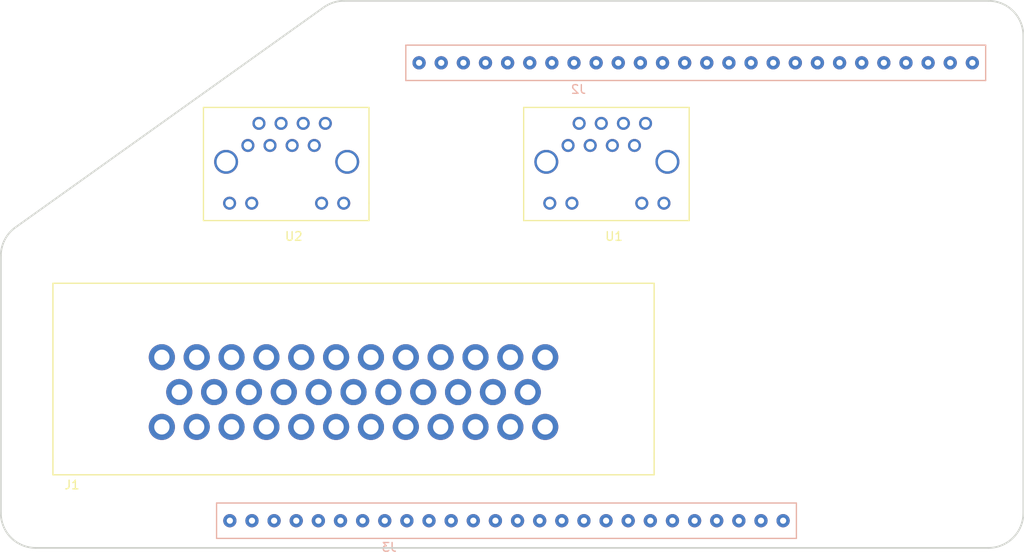
<source format=kicad_pcb>
(kicad_pcb (version 20171130) (host pcbnew 5.1.4-e60b266~84~ubuntu18.04.1)

  (general
    (thickness 1.6)
    (drawings 10)
    (tracks 0)
    (zones 0)
    (modules 5)
    (nets 44)
  )

  (page A4)
  (layers
    (0 F.Cu signal)
    (31 B.Cu signal)
    (32 B.Adhes user)
    (33 F.Adhes user)
    (34 B.Paste user)
    (35 F.Paste user)
    (36 B.SilkS user)
    (37 F.SilkS user)
    (38 B.Mask user)
    (39 F.Mask user)
    (40 Dwgs.User user)
    (41 Cmts.User user)
    (42 Eco1.User user)
    (43 Eco2.User user)
    (44 Edge.Cuts user)
    (45 Margin user)
    (46 B.CrtYd user)
    (47 F.CrtYd user)
    (48 B.Fab user)
    (49 F.Fab user)
  )

  (setup
    (last_trace_width 0.25)
    (trace_clearance 0.2)
    (zone_clearance 0.508)
    (zone_45_only no)
    (trace_min 0.2)
    (via_size 0.8)
    (via_drill 0.4)
    (via_min_size 0.4)
    (via_min_drill 0.3)
    (uvia_size 0.3)
    (uvia_drill 0.1)
    (uvias_allowed no)
    (uvia_min_size 0.2)
    (uvia_min_drill 0.1)
    (edge_width 0.05)
    (segment_width 0.2)
    (pcb_text_width 0.3)
    (pcb_text_size 1.5 1.5)
    (mod_edge_width 0.12)
    (mod_text_size 1 1)
    (mod_text_width 0.15)
    (pad_size 1.524 1.524)
    (pad_drill 0.762)
    (pad_to_mask_clearance 0.051)
    (solder_mask_min_width 0.25)
    (aux_axis_origin 0 0)
    (visible_elements FFFFFF7F)
    (pcbplotparams
      (layerselection 0x010fc_ffffffff)
      (usegerberextensions false)
      (usegerberattributes false)
      (usegerberadvancedattributes false)
      (creategerberjobfile false)
      (excludeedgelayer true)
      (linewidth 0.100000)
      (plotframeref false)
      (viasonmask false)
      (mode 1)
      (useauxorigin false)
      (hpglpennumber 1)
      (hpglpenspeed 20)
      (hpglpendiameter 15.000000)
      (psnegative false)
      (psa4output false)
      (plotreference true)
      (plotvalue true)
      (plotinvisibletext false)
      (padsonsilk false)
      (subtractmaskfromsilk false)
      (outputformat 1)
      (mirror false)
      (drillshape 1)
      (scaleselection 1)
      (outputdirectory ""))
  )

  (net 0 "")
  (net 1 /CAN-H)
  (net 2 /GND)
  (net 3 /TSAL-Red-Pos)
  (net 4 /TSAL-Red-Neg)
  (net 5 /ChargeEnable1)
  (net 6 /ChargeEnable2)
  (net 7 /12V)
  (net 8 /CAN-L)
  (net 9 /TSAL-Green-Pos)
  (net 10 /FAN-PWM)
  (net 11 /TSAL-Green-Neg)
  (net 12 /5V-AIR)
  (net 13 /TSMS->FinalShutdown)
  (net 14 /IMD->TSMS)
  (net 15 /CAN-GND)
  (net 16 /BSDP-Current-Sense)
  (net 17 /HVD->HVD-Connector)
  (net 18 "Net-(J2-Pad24)")
  (net 19 "Net-(J2-Pad22)")
  (net 20 "Net-(J2-Pad23)")
  (net 21 "Net-(J2-Pad25)")
  (net 22 "Net-(J2-Pad26)")
  (net 23 "Net-(J2-Pad21)")
  (net 24 "Net-(J3-Pad21)")
  (net 25 "Net-(J3-Pad26)")
  (net 26 "Net-(J3-Pad25)")
  (net 27 "Net-(J3-Pad23)")
  (net 28 "Net-(J3-Pad22)")
  (net 29 "Net-(J3-Pad24)")
  (net 30 /RESET_AIRC)
  (net 31 /LED_G_AIRC)
  (net 32 /SCK_AIRC)
  (net 33 /LED_O_AIRC)
  (net 34 /LED_G_BMS)
  (net 35 /MISO_AIRC)
  (net 36 /LED_O_BMS)
  (net 37 /MOSI_AIRC)
  (net 38 /5V_AIRC)
  (net 39 /RESET_BMS)
  (net 40 /SCK_BMS)
  (net 41 /MOSI_BMS)
  (net 42 /MISO_BMS)
  (net 43 /5V_BMS)

  (net_class Default "This is the default net class."
    (clearance 0.2)
    (trace_width 0.25)
    (via_dia 0.8)
    (via_drill 0.4)
    (uvia_dia 0.3)
    (uvia_drill 0.1)
    (add_net /12V)
    (add_net /5V-AIR)
    (add_net /5V_AIRC)
    (add_net /5V_BMS)
    (add_net /BSDP-Current-Sense)
    (add_net /CAN-GND)
    (add_net /CAN-H)
    (add_net /CAN-L)
    (add_net /ChargeEnable1)
    (add_net /ChargeEnable2)
    (add_net /FAN-PWM)
    (add_net /GND)
    (add_net /HVD->HVD-Connector)
    (add_net /IMD->TSMS)
    (add_net /LED_G_AIRC)
    (add_net /LED_G_BMS)
    (add_net /LED_O_AIRC)
    (add_net /LED_O_BMS)
    (add_net /MISO_AIRC)
    (add_net /MISO_BMS)
    (add_net /MOSI_AIRC)
    (add_net /MOSI_BMS)
    (add_net /RESET_AIRC)
    (add_net /RESET_BMS)
    (add_net /SCK_AIRC)
    (add_net /SCK_BMS)
    (add_net /TSAL-Green-Neg)
    (add_net /TSAL-Green-Pos)
    (add_net /TSAL-Red-Neg)
    (add_net /TSAL-Red-Pos)
    (add_net /TSMS->FinalShutdown)
    (add_net "Net-(J2-Pad21)")
    (add_net "Net-(J2-Pad22)")
    (add_net "Net-(J2-Pad23)")
    (add_net "Net-(J2-Pad24)")
    (add_net "Net-(J2-Pad25)")
    (add_net "Net-(J2-Pad26)")
    (add_net "Net-(J3-Pad21)")
    (add_net "Net-(J3-Pad22)")
    (add_net "Net-(J3-Pad23)")
    (add_net "Net-(J3-Pad24)")
    (add_net "Net-(J3-Pad25)")
    (add_net "Net-(J3-Pad26)")
  )

  (module footprints:Ampseal_35 (layer F.Cu) (tedit 5E1E719B) (tstamp 5E1D5117)
    (at 2.5 88.375)
    (path /5DE9B0DD)
    (fp_text reference J1 (at -3.81 10.16) (layer F.SilkS)
      (effects (font (size 1 1) (thickness 0.15)))
    )
    (fp_text value Ampseal_35_VT (at -1.524 -13.97) (layer F.Fab)
      (effects (font (size 1 1) (thickness 0.15)))
    )
    (fp_line (start -6 9) (end -6 -13) (layer F.SilkS) (width 0.15))
    (fp_line (start 63 9) (end -6 9) (layer F.SilkS) (width 0.15))
    (fp_line (start 63 -13) (end 63 9) (layer F.SilkS) (width 0.15))
    (fp_line (start -6 -13) (end 63 -13) (layer F.SilkS) (width 0.15))
    (pad 12 thru_hole circle (at 50.5 -4.5) (size 3 3) (drill 1.75) (layers *.Cu *.Mask)
      (net 2 /GND))
    (pad 23 thru_hole circle (at 48.5 -0.5) (size 3 3) (drill 1.75) (layers *.Cu *.Mask)
      (net 8 /CAN-L))
    (pad 35 thru_hole circle (at 50.5 3.5) (size 3 3) (drill 1.75) (layers *.Cu *.Mask)
      (net 17 /HVD->HVD-Connector))
    (pad 11 thru_hole circle (at 46.5 -4.5) (size 3 3) (drill 1.75) (layers *.Cu *.Mask)
      (net 7 /12V))
    (pad 22 thru_hole circle (at 44.5 -0.5) (size 3 3) (drill 1.75) (layers *.Cu *.Mask)
      (net 1 /CAN-H))
    (pad 34 thru_hole circle (at 46.5 3.5) (size 3 3) (drill 1.75) (layers *.Cu *.Mask)
      (net 16 /BSDP-Current-Sense))
    (pad 10 thru_hole circle (at 42.5 -4.5) (size 3 3) (drill 1.75) (layers *.Cu *.Mask)
      (net 2 /GND))
    (pad 21 thru_hole circle (at 40.5 -0.5) (size 3 3) (drill 1.75) (layers *.Cu *.Mask)
      (net 8 /CAN-L))
    (pad 33 thru_hole circle (at 42.5 3.5) (size 3 3) (drill 1.75) (layers *.Cu *.Mask)
      (net 15 /CAN-GND))
    (pad 9 thru_hole circle (at 38.5 -4.5) (size 3 3) (drill 1.75) (layers *.Cu *.Mask)
      (net 2 /GND))
    (pad 32 thru_hole circle (at 38.5 3.5) (size 3 3) (drill 1.75) (layers *.Cu *.Mask)
      (net 8 /CAN-L))
    (pad 20 thru_hole circle (at 36.5 -0.5) (size 3 3) (drill 1.75) (layers *.Cu *.Mask)
      (net 1 /CAN-H))
    (pad 8 thru_hole circle (at 34.5 -4.5) (size 3 3) (drill 1.75) (layers *.Cu *.Mask)
      (net 2 /GND))
    (pad "" np_thru_hole circle (at 0 0) (size 2.85 2.85) (drill 2.85) (layers *.Cu *.Mask))
    (pad 1 thru_hole circle (at 6.5 -4.5) (size 3 3) (drill 1.75) (layers *.Cu *.Mask)
      (net 2 /GND))
    (pad 13 thru_hole circle (at 8.5 -0.5) (size 3 3) (drill 1.75) (layers *.Cu *.Mask)
      (net 1 /CAN-H))
    (pad 24 thru_hole circle (at 6.5 3.5) (size 3 3) (drill 1.75) (layers *.Cu *.Mask)
      (net 7 /12V))
    (pad 2 thru_hole circle (at 10.5 -4.5) (size 3 3) (drill 1.75) (layers *.Cu *.Mask)
      (net 7 /12V))
    (pad 3 thru_hole circle (at 14.5 -4.5) (size 3 3) (drill 1.75) (layers *.Cu *.Mask)
      (net 1 /CAN-H))
    (pad 5 thru_hole circle (at 22.5 -4.5) (size 3 3) (drill 1.75) (layers *.Cu *.Mask)
      (net 15 /CAN-GND))
    (pad 4 thru_hole circle (at 18.5 -4.5) (size 3 3) (drill 1.75) (layers *.Cu *.Mask)
      (net 8 /CAN-L))
    (pad 6 thru_hole circle (at 26.5 -4.5) (size 3 3) (drill 1.75) (layers *.Cu *.Mask)
      (net 14 /IMD->TSMS))
    (pad 7 thru_hole circle (at 30.5 -4.5) (size 3 3) (drill 1.75) (layers *.Cu *.Mask)
      (net 13 /TSMS->FinalShutdown))
    (pad 19 thru_hole circle (at 32.5 -0.5) (size 3 3) (drill 1.75) (layers *.Cu *.Mask)
      (net 2 /GND))
    (pad 18 thru_hole circle (at 28.5 -0.5) (size 3 3) (drill 1.75) (layers *.Cu *.Mask)
      (net 12 /5V-AIR))
    (pad 16 thru_hole circle (at 20.5 -0.5) (size 3 3) (drill 1.75) (layers *.Cu *.Mask)
      (net 11 /TSAL-Green-Neg))
    (pad 17 thru_hole circle (at 24.5 -0.5) (size 3 3) (drill 1.75) (layers *.Cu *.Mask)
      (net 10 /FAN-PWM))
    (pad 15 thru_hole circle (at 16.5 -0.5) (size 3 3) (drill 1.75) (layers *.Cu *.Mask)
      (net 9 /TSAL-Green-Pos))
    (pad 14 thru_hole circle (at 12.5 -0.5) (size 3 3) (drill 1.75) (layers *.Cu *.Mask)
      (net 8 /CAN-L))
    (pad 30 thru_hole circle (at 30.5 3.5) (size 3 3) (drill 1.75) (layers *.Cu *.Mask)
      (net 7 /12V))
    (pad 29 thru_hole circle (at 26.5 3.5) (size 3 3) (drill 1.75) (layers *.Cu *.Mask)
      (net 6 /ChargeEnable2))
    (pad 28 thru_hole circle (at 22.5 3.5) (size 3 3) (drill 1.75) (layers *.Cu *.Mask)
      (net 5 /ChargeEnable1))
    (pad 27 thru_hole circle (at 18.5 3.5) (size 3 3) (drill 1.75) (layers *.Cu *.Mask)
      (net 4 /TSAL-Red-Neg))
    (pad 26 thru_hole circle (at 14.5 3.5) (size 3 3) (drill 1.75) (layers *.Cu *.Mask)
      (net 3 /TSAL-Red-Pos))
    (pad 25 thru_hole circle (at 10.5 3.5) (size 3 3) (drill 1.75) (layers *.Cu *.Mask)
      (net 2 /GND))
    (pad 31 thru_hole circle (at 34.5 3.5) (size 3 3) (drill 1.75) (layers *.Cu *.Mask)
      (net 1 /CAN-H))
    (pad "" np_thru_hole circle (at -3.2 -11.3) (size 2 2) (drill 2) (layers *.Cu *.Mask))
    (pad "" np_thru_hole circle (at 60.2 -11.3) (size 2 2) (drill 2) (layers *.Cu *.Mask))
    (pad "" np_thru_hole circle (at -4.7 6.8) (size 2 2) (drill 2) (layers *.Cu *.Mask))
    (pad "" np_thru_hole circle (at 61.7 6.8) (size 2 2) (drill 2) (layers *.Cu *.Mask))
    (pad "" np_thru_hole circle (at 57 0) (size 2.85 2.85) (drill 2.85) (layers *.Cu *.Mask))
    (model ${LOCAL_DIR}/OEM_Preferred_Parts/3DModels/Ampseal-35/C-1-776231-4.step
      (at (xyz 0 0 0))
      (scale (xyz 1 1 1))
      (rotate (xyz 0 0 0))
    )
    (model ${LOCAL_DIR}/OEM_Preferred_Parts/3DModels/Ampseal-35/ampseal35-otherend.stp
      (offset (xyz 28.5 0 47))
      (scale (xyz 1 1 1))
      (rotate (xyz 180 0 180))
    )
  )

  (module footprints:26pos_screwsocket_.1in (layer B.Cu) (tedit 5C9A4FB4) (tstamp 5E1D5139)
    (at 38.525 50.05)
    (path /5DEA511A)
    (fp_text reference J2 (at 18.288 3.048 -180) (layer B.SilkS)
      (effects (font (size 1 1) (thickness 0.15)) (justify mirror))
    )
    (fp_text value SS-126-G-2 (at 7.112 3.556) (layer B.Fab)
      (effects (font (size 1 1) (thickness 0.15)) (justify mirror))
    )
    (fp_line (start 65.024 2.032) (end 65.024 -2.032) (layer B.SilkS) (width 0.15))
    (fp_line (start 65.024 2.032) (end -1.524 2.032) (layer B.SilkS) (width 0.15))
    (fp_line (start -1.524 -2.032) (end 65.024 -2.032) (layer B.SilkS) (width 0.15))
    (fp_line (start -1.524 2.032) (end -1.524 -2.032) (layer B.SilkS) (width 0.15))
    (pad 21 thru_hole circle (at 50.8 0) (size 1.524 1.524) (drill 0.71) (layers *.Cu *.Mask)
      (net 23 "Net-(J2-Pad21)"))
    (pad 26 thru_hole circle (at 63.5 0) (size 1.524 1.524) (drill 0.71) (layers *.Cu *.Mask)
      (net 22 "Net-(J2-Pad26)"))
    (pad 25 thru_hole circle (at 60.96 0) (size 1.524 1.524) (drill 0.71) (layers *.Cu *.Mask)
      (net 21 "Net-(J2-Pad25)"))
    (pad 23 thru_hole circle (at 55.88 0) (size 1.524 1.524) (drill 0.71) (layers *.Cu *.Mask)
      (net 20 "Net-(J2-Pad23)"))
    (pad 22 thru_hole circle (at 53.34 0) (size 1.524 1.524) (drill 0.71) (layers *.Cu *.Mask)
      (net 19 "Net-(J2-Pad22)"))
    (pad 24 thru_hole circle (at 58.42 0 270) (size 1.524 1.524) (drill 0.71) (layers *.Cu *.Mask)
      (net 18 "Net-(J2-Pad24)"))
    (pad 12 thru_hole circle (at 27.94 0) (size 1.524 1.524) (drill 0.71) (layers *.Cu *.Mask)
      (net 4 /TSAL-Red-Neg))
    (pad 14 thru_hole circle (at 33.02 0) (size 1.524 1.524) (drill 0.71) (layers *.Cu *.Mask)
      (net 17 /HVD->HVD-Connector))
    (pad 18 thru_hole circle (at 43.18 0 270) (size 1.524 1.524) (drill 0.71) (layers *.Cu *.Mask)
      (net 2 /GND))
    (pad 17 thru_hole circle (at 40.64 0) (size 1.524 1.524) (drill 0.71) (layers *.Cu *.Mask)
      (net 2 /GND))
    (pad 16 thru_hole circle (at 38.1 0) (size 1.524 1.524) (drill 0.71) (layers *.Cu *.Mask)
      (net 13 /TSMS->FinalShutdown))
    (pad 11 thru_hole circle (at 25.4 0) (size 1.524 1.524) (drill 0.71) (layers *.Cu *.Mask)
      (net 3 /TSAL-Red-Pos))
    (pad 15 thru_hole circle (at 35.56 0) (size 1.524 1.524) (drill 0.71) (layers *.Cu *.Mask)
      (net 14 /IMD->TSMS))
    (pad 20 thru_hole circle (at 48.26 0) (size 1.524 1.524) (drill 0.71) (layers *.Cu *.Mask)
      (net 2 /GND))
    (pad 13 thru_hole circle (at 30.48 0) (size 1.524 1.524) (drill 0.71) (layers *.Cu *.Mask)
      (net 2 /GND))
    (pad 19 thru_hole circle (at 45.72 0) (size 1.524 1.524) (drill 0.71) (layers *.Cu *.Mask)
      (net 2 /GND))
    (pad 7 thru_hole circle (at 15.24 0) (size 1.524 1.524) (drill 0.71) (layers *.Cu *.Mask)
      (net 5 /ChargeEnable1))
    (pad 9 thru_hole circle (at 20.32 0) (size 1.524 1.524) (drill 0.71) (layers *.Cu *.Mask)
      (net 9 /TSAL-Green-Pos))
    (pad 6 thru_hole circle (at 12.7 0) (size 1.524 1.524) (drill 0.71) (layers *.Cu *.Mask)
      (net 10 /FAN-PWM))
    (pad 10 thru_hole circle (at 22.86 0) (size 1.524 1.524) (drill 0.71) (layers *.Cu *.Mask)
      (net 11 /TSAL-Green-Neg))
    (pad 8 thru_hole circle (at 17.78 0 270) (size 1.524 1.524) (drill 0.71) (layers *.Cu *.Mask)
      (net 6 /ChargeEnable2))
    (pad 5 thru_hole circle (at 10.16 0) (size 1.524 1.524) (drill 0.71) (layers *.Cu *.Mask)
      (net 16 /BSDP-Current-Sense))
    (pad 4 thru_hole circle (at 7.62 0) (size 1.524 1.524) (drill 0.71) (layers *.Cu *.Mask)
      (net 8 /CAN-L))
    (pad 3 thru_hole circle (at 5.08 0) (size 1.524 1.524) (drill 0.71) (layers *.Cu *.Mask)
      (net 1 /CAN-H))
    (pad 2 thru_hole circle (at 2.54 0) (size 1.524 1.524) (drill 0.71) (layers *.Cu *.Mask)
      (net 7 /12V))
    (pad 1 thru_hole circle (at 0 0) (size 1.524 1.524) (drill 0.71) (layers *.Cu *.Mask)
      (net 2 /GND))
  )

  (module footprints:26pos_screwsocket_.1in (layer B.Cu) (tedit 5C9A4FB4) (tstamp 5E1D515B)
    (at 16.805 102.65)
    (path /5DEA59DD)
    (fp_text reference J3 (at 18.288 3.048 -180) (layer B.SilkS)
      (effects (font (size 1 1) (thickness 0.15)) (justify mirror))
    )
    (fp_text value BBS-126-G-A (at 7.112 3.556) (layer B.Fab)
      (effects (font (size 1 1) (thickness 0.15)) (justify mirror))
    )
    (fp_line (start 65.024 2.032) (end 65.024 -2.032) (layer B.SilkS) (width 0.15))
    (fp_line (start 65.024 2.032) (end -1.524 2.032) (layer B.SilkS) (width 0.15))
    (fp_line (start -1.524 -2.032) (end 65.024 -2.032) (layer B.SilkS) (width 0.15))
    (fp_line (start -1.524 2.032) (end -1.524 -2.032) (layer B.SilkS) (width 0.15))
    (pad 21 thru_hole circle (at 50.8 0) (size 1.524 1.524) (drill 0.71) (layers *.Cu *.Mask)
      (net 24 "Net-(J3-Pad21)"))
    (pad 26 thru_hole circle (at 63.5 0) (size 1.524 1.524) (drill 0.71) (layers *.Cu *.Mask)
      (net 25 "Net-(J3-Pad26)"))
    (pad 25 thru_hole circle (at 60.96 0) (size 1.524 1.524) (drill 0.71) (layers *.Cu *.Mask)
      (net 26 "Net-(J3-Pad25)"))
    (pad 23 thru_hole circle (at 55.88 0) (size 1.524 1.524) (drill 0.71) (layers *.Cu *.Mask)
      (net 27 "Net-(J3-Pad23)"))
    (pad 22 thru_hole circle (at 53.34 0) (size 1.524 1.524) (drill 0.71) (layers *.Cu *.Mask)
      (net 28 "Net-(J3-Pad22)"))
    (pad 24 thru_hole circle (at 58.42 0 270) (size 1.524 1.524) (drill 0.71) (layers *.Cu *.Mask)
      (net 29 "Net-(J3-Pad24)"))
    (pad 12 thru_hole circle (at 27.94 0) (size 1.524 1.524) (drill 0.71) (layers *.Cu *.Mask)
      (net 30 /RESET_AIRC))
    (pad 14 thru_hole circle (at 33.02 0) (size 1.524 1.524) (drill 0.71) (layers *.Cu *.Mask)
      (net 31 /LED_G_AIRC))
    (pad 18 thru_hole circle (at 43.18 0 270) (size 1.524 1.524) (drill 0.71) (layers *.Cu *.Mask)
      (net 2 /GND))
    (pad 17 thru_hole circle (at 40.64 0) (size 1.524 1.524) (drill 0.71) (layers *.Cu *.Mask)
      (net 2 /GND))
    (pad 16 thru_hole circle (at 38.1 0) (size 1.524 1.524) (drill 0.71) (layers *.Cu *.Mask)
      (net 2 /GND))
    (pad 11 thru_hole circle (at 25.4 0) (size 1.524 1.524) (drill 0.71) (layers *.Cu *.Mask)
      (net 32 /SCK_AIRC))
    (pad 15 thru_hole circle (at 35.56 0) (size 1.524 1.524) (drill 0.71) (layers *.Cu *.Mask)
      (net 2 /GND))
    (pad 20 thru_hole circle (at 48.26 0) (size 1.524 1.524) (drill 0.71) (layers *.Cu *.Mask)
      (net 2 /GND))
    (pad 13 thru_hole circle (at 30.48 0) (size 1.524 1.524) (drill 0.71) (layers *.Cu *.Mask)
      (net 33 /LED_O_AIRC))
    (pad 19 thru_hole circle (at 45.72 0) (size 1.524 1.524) (drill 0.71) (layers *.Cu *.Mask)
      (net 2 /GND))
    (pad 7 thru_hole circle (at 15.24 0) (size 1.524 1.524) (drill 0.71) (layers *.Cu *.Mask)
      (net 34 /LED_G_BMS))
    (pad 9 thru_hole circle (at 20.32 0) (size 1.524 1.524) (drill 0.71) (layers *.Cu *.Mask)
      (net 35 /MISO_AIRC))
    (pad 6 thru_hole circle (at 12.7 0) (size 1.524 1.524) (drill 0.71) (layers *.Cu *.Mask)
      (net 36 /LED_O_BMS))
    (pad 10 thru_hole circle (at 22.86 0) (size 1.524 1.524) (drill 0.71) (layers *.Cu *.Mask)
      (net 37 /MOSI_AIRC))
    (pad 8 thru_hole circle (at 17.78 0 270) (size 1.524 1.524) (drill 0.71) (layers *.Cu *.Mask)
      (net 38 /5V_AIRC))
    (pad 5 thru_hole circle (at 10.16 0) (size 1.524 1.524) (drill 0.71) (layers *.Cu *.Mask)
      (net 39 /RESET_BMS))
    (pad 4 thru_hole circle (at 7.62 0) (size 1.524 1.524) (drill 0.71) (layers *.Cu *.Mask)
      (net 40 /SCK_BMS))
    (pad 3 thru_hole circle (at 5.08 0) (size 1.524 1.524) (drill 0.71) (layers *.Cu *.Mask)
      (net 41 /MOSI_BMS))
    (pad 2 thru_hole circle (at 2.54 0) (size 1.524 1.524) (drill 0.71) (layers *.Cu *.Mask)
      (net 42 /MISO_BMS))
    (pad 1 thru_hole circle (at 0 0) (size 1.524 1.524) (drill 0.71) (layers *.Cu *.Mask)
      (net 43 /5V_BMS))
  )

  (module footprints:RJ45-Vertical (layer F.Cu) (tedit 5C8B020C) (tstamp 5E1D5172)
    (at 53.525 66.175)
    (path /5DEACC93)
    (fp_text reference U1 (at 7.366 3.81) (layer F.SilkS)
      (effects (font (size 1 1) (thickness 0.15)))
    )
    (fp_text value RJ45_VT (at 6.4516 -13.0048) (layer F.Fab)
      (effects (font (size 1 1) (thickness 0.15)))
    )
    (fp_line (start 16 0) (end 16 -11) (layer F.SilkS) (width 0.15))
    (fp_line (start 16 -11) (end -3 -11) (layer F.SilkS) (width 0.15))
    (fp_line (start -3 -11) (end -3 2) (layer F.SilkS) (width 0.15))
    (fp_line (start -3 2) (end 16 2) (layer F.SilkS) (width 0.15))
    (fp_line (start 16 2) (end 16 0) (layer F.SilkS) (width 0.15))
    (pad 14 thru_hole circle (at 13.5 -4.75) (size 2.75 2.75) (drill 2.18) (layers *.Cu *.Mask)
      (net 2 /GND))
    (pad 13 thru_hole circle (at -0.4 -4.75) (size 2.75 2.75) (drill 2.18) (layers *.Cu *.Mask)
      (net 2 /GND))
    (pad 8 thru_hole circle (at 10.99 -9.17) (size 1.5 1.5) (drill 0.95) (layers *.Cu *.Mask)
      (net 2 /GND))
    (pad 6 thru_hole circle (at 8.45 -9.17) (size 1.5 1.5) (drill 0.95) (layers *.Cu *.Mask F.Paste)
      (net 41 /MOSI_BMS))
    (pad 4 thru_hole circle (at 5.91 -9.17) (size 1.5 1.5) (drill 0.95) (layers *.Cu *.Mask)
      (net 40 /SCK_BMS))
    (pad 2 thru_hole circle (at 3.37 -9.17) (size 1.5 1.5) (drill 0.95) (layers *.Cu *.Mask)
      (net 1 /CAN-H))
    (pad 7 thru_hole circle (at 9.72 -6.63) (size 1.5 1.5) (drill 0.95) (layers *.Cu *.Mask)
      (net 43 /5V_BMS))
    (pad 5 thru_hole circle (at 7.18 -6.63) (size 1.5 1.5) (drill 0.95) (layers *.Cu *.Mask)
      (net 42 /MISO_BMS))
    (pad 3 thru_hole circle (at 4.64 -6.63) (size 1.5 1.5) (drill 0.95) (layers *.Cu *.Mask)
      (net 39 /RESET_BMS))
    (pad 1 thru_hole circle (at 2.1 -6.63) (size 1.5 1.5) (drill 0.95) (layers *.Cu *.Mask)
      (net 8 /CAN-L))
    (pad 10 thru_hole circle (at 10.56 0) (size 1.5 1.5) (drill 0.95) (layers *.Cu *.Mask)
      (net 36 /LED_O_BMS))
    (pad 9 thru_hole circle (at 13.1 0) (size 1.5 1.5) (drill 0.95) (layers *.Cu *.Mask)
      (net 2 /GND))
    (pad 11 thru_hole circle (at 2.54 0) (size 1.5 1.5) (drill 0.95) (layers *.Cu *.Mask)
      (net 2 /GND))
    (pad 12 thru_hole circle (at 0 0) (size 1.5 1.5) (drill 0.95) (layers *.Cu *.Mask)
      (net 34 /LED_G_BMS))
    (model ${LOCAL_DIR}/OEM_Preferred_Parts/3DModels/rj45-vert/rj45-vert.step
      (at (xyz 0 0 0))
      (scale (xyz 1 1 1))
      (rotate (xyz 0 0 0))
    )
  )

  (module footprints:RJ45-Vertical (layer F.Cu) (tedit 5C8B020C) (tstamp 5E1D5189)
    (at 16.775 66.175)
    (path /5DEC1056)
    (fp_text reference U2 (at 7.366 3.81) (layer F.SilkS)
      (effects (font (size 1 1) (thickness 0.15)))
    )
    (fp_text value RJ45_VT (at 6.4516 -13.0048) (layer F.Fab)
      (effects (font (size 1 1) (thickness 0.15)))
    )
    (fp_line (start 16 0) (end 16 -11) (layer F.SilkS) (width 0.15))
    (fp_line (start 16 -11) (end -3 -11) (layer F.SilkS) (width 0.15))
    (fp_line (start -3 -11) (end -3 2) (layer F.SilkS) (width 0.15))
    (fp_line (start -3 2) (end 16 2) (layer F.SilkS) (width 0.15))
    (fp_line (start 16 2) (end 16 0) (layer F.SilkS) (width 0.15))
    (pad 14 thru_hole circle (at 13.5 -4.75) (size 2.75 2.75) (drill 2.18) (layers *.Cu *.Mask)
      (net 2 /GND))
    (pad 13 thru_hole circle (at -0.4 -4.75) (size 2.75 2.75) (drill 2.18) (layers *.Cu *.Mask)
      (net 2 /GND))
    (pad 8 thru_hole circle (at 10.99 -9.17) (size 1.5 1.5) (drill 0.95) (layers *.Cu *.Mask)
      (net 2 /GND))
    (pad 6 thru_hole circle (at 8.45 -9.17) (size 1.5 1.5) (drill 0.95) (layers *.Cu *.Mask F.Paste)
      (net 37 /MOSI_AIRC))
    (pad 4 thru_hole circle (at 5.91 -9.17) (size 1.5 1.5) (drill 0.95) (layers *.Cu *.Mask)
      (net 32 /SCK_AIRC))
    (pad 2 thru_hole circle (at 3.37 -9.17) (size 1.5 1.5) (drill 0.95) (layers *.Cu *.Mask)
      (net 1 /CAN-H))
    (pad 7 thru_hole circle (at 9.72 -6.63) (size 1.5 1.5) (drill 0.95) (layers *.Cu *.Mask)
      (net 38 /5V_AIRC))
    (pad 5 thru_hole circle (at 7.18 -6.63) (size 1.5 1.5) (drill 0.95) (layers *.Cu *.Mask)
      (net 35 /MISO_AIRC))
    (pad 3 thru_hole circle (at 4.64 -6.63) (size 1.5 1.5) (drill 0.95) (layers *.Cu *.Mask)
      (net 30 /RESET_AIRC))
    (pad 1 thru_hole circle (at 2.1 -6.63) (size 1.5 1.5) (drill 0.95) (layers *.Cu *.Mask)
      (net 8 /CAN-L))
    (pad 10 thru_hole circle (at 10.56 0) (size 1.5 1.5) (drill 0.95) (layers *.Cu *.Mask)
      (net 33 /LED_O_AIRC))
    (pad 9 thru_hole circle (at 13.1 0) (size 1.5 1.5) (drill 0.95) (layers *.Cu *.Mask)
      (net 2 /GND))
    (pad 11 thru_hole circle (at 2.54 0) (size 1.5 1.5) (drill 0.95) (layers *.Cu *.Mask)
      (net 2 /GND))
    (pad 12 thru_hole circle (at 0 0) (size 1.5 1.5) (drill 0.95) (layers *.Cu *.Mask)
      (net 31 /LED_G_AIRC))
    (model ${LOCAL_DIR}/OEM_Preferred_Parts/3DModels/rj45-vert/rj45-vert.step
      (at (xyz 0 0 0))
      (scale (xyz 1 1 1))
      (rotate (xyz 0 0 0))
    )
  )

  (gr_arc (start 29.90695 46.935) (end 29.90695 42.935) (angle -35.54) (layer Edge.Cuts) (width 0.2))
  (gr_line (start 107.875 46.935) (end 107.875 101.775) (layer Edge.Cuts) (width 0.2))
  (gr_arc (start 103.875001 46.935) (end 107.875001 46.935) (angle -90) (layer Edge.Cuts) (width 0.2))
  (gr_line (start -7.800084 68.955148) (end 27.581865 43.680161) (layer Edge.Cuts) (width 0.2))
  (gr_arc (start 103.875001 101.775) (end 103.875001 105.775) (angle -90) (layer Edge.Cuts) (width 0.2))
  (gr_line (start 103.875001 105.775001) (end -5.475 105.775001) (layer Edge.Cuts) (width 0.2))
  (gr_arc (start -5.475 72.209987) (end -7.800084 68.955148) (angle -54.46) (layer Edge.Cuts) (width 0.2))
  (gr_line (start -9.474999 101.775) (end -9.474999 72.209987) (layer Edge.Cuts) (width 0.2))
  (gr_line (start 29.90695 42.935001) (end 103.875001 42.935001) (layer Edge.Cuts) (width 0.2))
  (gr_arc (start -5.475 101.775) (end -9.475 101.775) (angle -90) (layer Edge.Cuts) (width 0.2))

)

</source>
